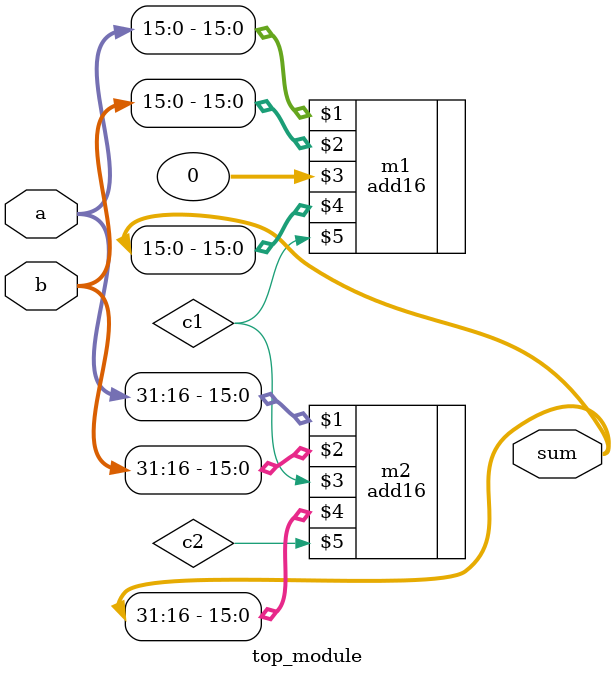
<source format=v>
/*You are given a module add16 that performs a 16-bit addition. 
Instantiate two of them to create a 32-bit adder.
 One add16 module computes the lower 16 bits of the addition result, 
 while the second add16 module computes the upper 16 bits of the result,
  after receiving the carry-out from the first adder. 
  Your 32-bit adder does not need to handle carry-in (assume 0) or carry-out (ignored), 
  but the internal modules need to in order to function correctly. 
  (In other words, the add16 module performs 16-bit a + b + cin, while your module performs 32-bit a + b).

Connect the modules together as shown in the diagram below. 
The provided module add16 has the following declaration:

module add16 ( input[15:0] a, input[15:0] b, input cin, output[15:0] sum, output cout );*/
module top_module(
    input [31:0] a,
    input [31:0] b,
    output [31:0] sum
);
    wire c1,c2;
    add16 m1(a[15:0],b[15:0],0,sum[15:0],c1);
    add16 m2(a[31:16],b[31:16],c1,sum[31:16],c2);
    

endmodule



</source>
